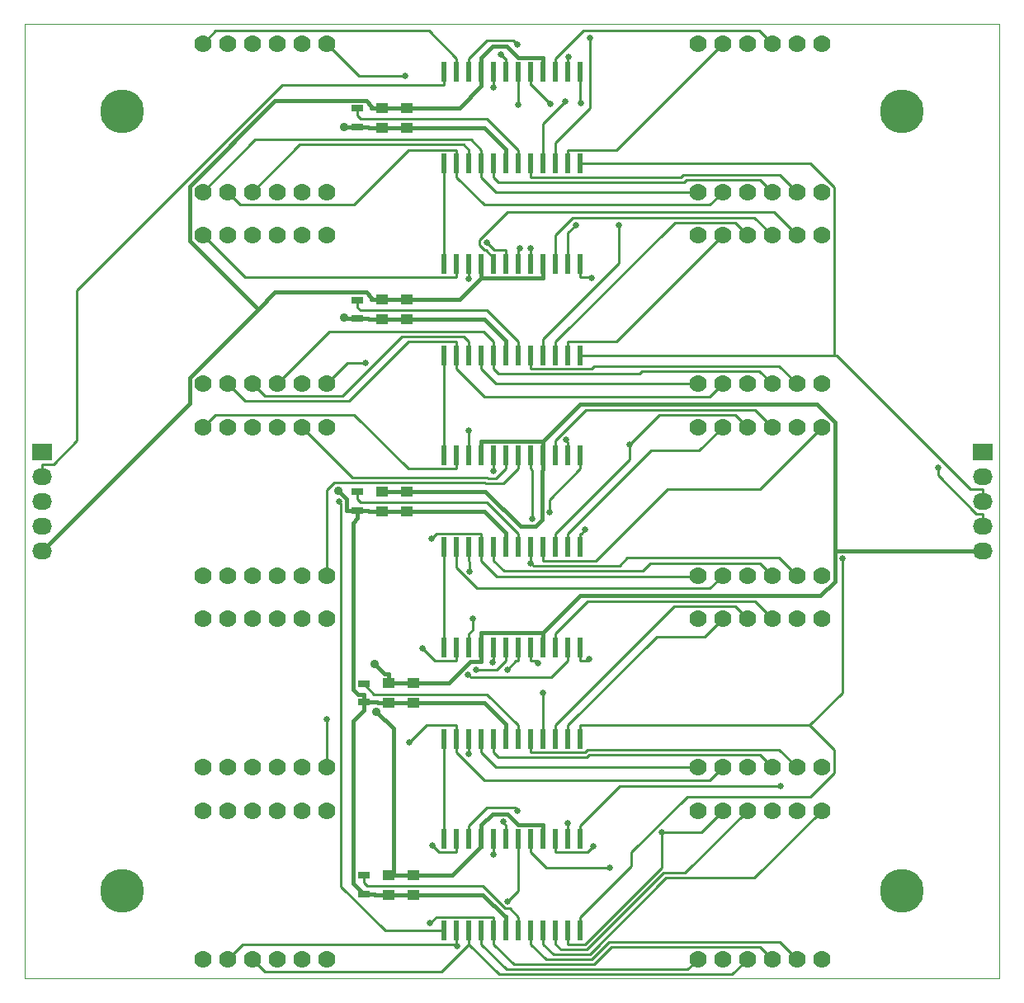
<source format=gbl>
G04 #@! TF.FileFunction,Copper,L2,Bot,Signal*
%FSLAX46Y46*%
G04 Gerber Fmt 4.6, Leading zero omitted, Abs format (unit mm)*
G04 Created by KiCad (PCBNEW 4.0.2-stable) date 11/09/2016 10:57:48*
%MOMM*%
G01*
G04 APERTURE LIST*
%ADD10C,0.150000*%
%ADD11C,0.100000*%
%ADD12C,1.778000*%
%ADD13R,1.250000X1.000000*%
%ADD14C,4.500880*%
%ADD15R,2.032000X1.727200*%
%ADD16O,2.032000X1.727200*%
%ADD17R,1.300000X0.700000*%
%ADD18R,0.600000X2.000000*%
%ADD19C,0.635000*%
%ADD20C,0.889000*%
%ADD21C,0.254000*%
%ADD22C,0.406400*%
G04 APERTURE END LIST*
D10*
D11*
X50800000Y-29000000D02*
X50800000Y-127000000D01*
X150800000Y-29000000D02*
X150800000Y-127000000D01*
X50800000Y-29000000D02*
X150800000Y-29000000D01*
X150800000Y-127000000D02*
X50800000Y-127000000D01*
D12*
X69050000Y-46250000D03*
X71590000Y-46250000D03*
X74130000Y-46250000D03*
X76670000Y-46250000D03*
X79210000Y-46250000D03*
X81750000Y-46250000D03*
X81750000Y-31010000D03*
X79210000Y-31010000D03*
X74130000Y-31010000D03*
X76670000Y-31010000D03*
X71590000Y-31010000D03*
X69050000Y-31010000D03*
D13*
X87465000Y-39630000D03*
X87465000Y-37630000D03*
X90005000Y-39630000D03*
X90005000Y-37630000D03*
X87465000Y-59315000D03*
X87465000Y-57315000D03*
X90005000Y-59315000D03*
X90005000Y-57315000D03*
X90005000Y-79000000D03*
X90005000Y-77000000D03*
X87465000Y-79000000D03*
X87465000Y-77000000D03*
X88100000Y-98685000D03*
X88100000Y-96685000D03*
X90640000Y-98685000D03*
X90640000Y-96685000D03*
X88100000Y-118370000D03*
X88100000Y-116370000D03*
X90640000Y-118370000D03*
X90640000Y-116370000D03*
D14*
X140800000Y-118000000D03*
X140800000Y-38000000D03*
X60800000Y-118000000D03*
X60800000Y-38000000D03*
D15*
X52540000Y-72920000D03*
D16*
X52540000Y-75460000D03*
X52540000Y-78000000D03*
X52540000Y-80540000D03*
X52540000Y-83080000D03*
D15*
X149060000Y-72920000D03*
D16*
X149060000Y-75460000D03*
X149060000Y-78000000D03*
X149060000Y-80540000D03*
X149060000Y-83080000D03*
D17*
X84925000Y-39580000D03*
X84925000Y-37680000D03*
X84925000Y-59265000D03*
X84925000Y-57365000D03*
X84925000Y-78950000D03*
X84925000Y-77050000D03*
X85560000Y-98635000D03*
X85560000Y-96735000D03*
X85560000Y-118320000D03*
X85560000Y-116420000D03*
D12*
X119850000Y-46250000D03*
X122390000Y-46250000D03*
X124930000Y-46250000D03*
X127470000Y-46250000D03*
X130010000Y-46250000D03*
X132550000Y-46250000D03*
X132550000Y-31010000D03*
X130010000Y-31010000D03*
X124930000Y-31010000D03*
X127470000Y-31010000D03*
X122390000Y-31010000D03*
X119850000Y-31010000D03*
X69050000Y-65935000D03*
X71590000Y-65935000D03*
X74130000Y-65935000D03*
X76670000Y-65935000D03*
X79210000Y-65935000D03*
X81750000Y-65935000D03*
X81750000Y-50695000D03*
X79210000Y-50695000D03*
X74130000Y-50695000D03*
X76670000Y-50695000D03*
X71590000Y-50695000D03*
X69050000Y-50695000D03*
X119850000Y-65935000D03*
X122390000Y-65935000D03*
X124930000Y-65935000D03*
X127470000Y-65935000D03*
X130010000Y-65935000D03*
X132550000Y-65935000D03*
X132550000Y-50695000D03*
X130010000Y-50695000D03*
X124930000Y-50695000D03*
X127470000Y-50695000D03*
X122390000Y-50695000D03*
X119850000Y-50695000D03*
X69050000Y-85620000D03*
X71590000Y-85620000D03*
X74130000Y-85620000D03*
X76670000Y-85620000D03*
X79210000Y-85620000D03*
X81750000Y-85620000D03*
X81750000Y-70380000D03*
X79210000Y-70380000D03*
X74130000Y-70380000D03*
X76670000Y-70380000D03*
X71590000Y-70380000D03*
X69050000Y-70380000D03*
X119850000Y-85620000D03*
X122390000Y-85620000D03*
X124930000Y-85620000D03*
X127470000Y-85620000D03*
X130010000Y-85620000D03*
X132550000Y-85620000D03*
X132550000Y-70380000D03*
X130010000Y-70380000D03*
X124930000Y-70380000D03*
X127470000Y-70380000D03*
X122390000Y-70380000D03*
X119850000Y-70380000D03*
X69050000Y-105305000D03*
X71590000Y-105305000D03*
X74130000Y-105305000D03*
X76670000Y-105305000D03*
X79210000Y-105305000D03*
X81750000Y-105305000D03*
X81750000Y-90065000D03*
X79210000Y-90065000D03*
X74130000Y-90065000D03*
X76670000Y-90065000D03*
X71590000Y-90065000D03*
X69050000Y-90065000D03*
X119850000Y-105305000D03*
X122390000Y-105305000D03*
X124930000Y-105305000D03*
X127470000Y-105305000D03*
X130010000Y-105305000D03*
X132550000Y-105305000D03*
X132550000Y-90065000D03*
X130010000Y-90065000D03*
X124930000Y-90065000D03*
X127470000Y-90065000D03*
X122390000Y-90065000D03*
X119850000Y-90065000D03*
X69050000Y-124990000D03*
X71590000Y-124990000D03*
X74130000Y-124990000D03*
X76670000Y-124990000D03*
X79210000Y-124990000D03*
X81750000Y-124990000D03*
X81750000Y-109750000D03*
X79210000Y-109750000D03*
X74130000Y-109750000D03*
X76670000Y-109750000D03*
X71590000Y-109750000D03*
X69050000Y-109750000D03*
X119850000Y-124990000D03*
X122390000Y-124990000D03*
X124930000Y-124990000D03*
X127470000Y-124990000D03*
X130010000Y-124990000D03*
X132550000Y-124990000D03*
X132550000Y-109750000D03*
X130010000Y-109750000D03*
X124930000Y-109750000D03*
X127470000Y-109750000D03*
X122390000Y-109750000D03*
X119850000Y-109750000D03*
D18*
X93815000Y-33930000D03*
X95085000Y-33930000D03*
X96355000Y-33930000D03*
X97625000Y-33930000D03*
X98895000Y-33930000D03*
X100165000Y-33930000D03*
X101435000Y-33930000D03*
X102705000Y-33930000D03*
X103975000Y-33930000D03*
X105245000Y-33930000D03*
X106515000Y-33930000D03*
X107785000Y-33930000D03*
X107785000Y-43330000D03*
X106515000Y-43330000D03*
X105245000Y-43330000D03*
X103975000Y-43330000D03*
X102705000Y-43330000D03*
X101435000Y-43330000D03*
X100165000Y-43330000D03*
X98895000Y-43330000D03*
X97625000Y-43330000D03*
X96355000Y-43330000D03*
X95085000Y-43330000D03*
X93815000Y-43330000D03*
X93815000Y-53615000D03*
X95085000Y-53615000D03*
X96355000Y-53615000D03*
X97625000Y-53615000D03*
X98895000Y-53615000D03*
X100165000Y-53615000D03*
X101435000Y-53615000D03*
X102705000Y-53615000D03*
X103975000Y-53615000D03*
X105245000Y-53615000D03*
X106515000Y-53615000D03*
X107785000Y-53615000D03*
X107785000Y-63015000D03*
X106515000Y-63015000D03*
X105245000Y-63015000D03*
X103975000Y-63015000D03*
X102705000Y-63015000D03*
X101435000Y-63015000D03*
X100165000Y-63015000D03*
X98895000Y-63015000D03*
X97625000Y-63015000D03*
X96355000Y-63015000D03*
X95085000Y-63015000D03*
X93815000Y-63015000D03*
X93815000Y-73300000D03*
X95085000Y-73300000D03*
X96355000Y-73300000D03*
X97625000Y-73300000D03*
X98895000Y-73300000D03*
X100165000Y-73300000D03*
X101435000Y-73300000D03*
X102705000Y-73300000D03*
X103975000Y-73300000D03*
X105245000Y-73300000D03*
X106515000Y-73300000D03*
X107785000Y-73300000D03*
X107785000Y-82700000D03*
X106515000Y-82700000D03*
X105245000Y-82700000D03*
X103975000Y-82700000D03*
X102705000Y-82700000D03*
X101435000Y-82700000D03*
X100165000Y-82700000D03*
X98895000Y-82700000D03*
X97625000Y-82700000D03*
X96355000Y-82700000D03*
X95085000Y-82700000D03*
X93815000Y-82700000D03*
X93815000Y-92985000D03*
X95085000Y-92985000D03*
X96355000Y-92985000D03*
X97625000Y-92985000D03*
X98895000Y-92985000D03*
X100165000Y-92985000D03*
X101435000Y-92985000D03*
X102705000Y-92985000D03*
X103975000Y-92985000D03*
X105245000Y-92985000D03*
X106515000Y-92985000D03*
X107785000Y-92985000D03*
X107785000Y-102385000D03*
X106515000Y-102385000D03*
X105245000Y-102385000D03*
X103975000Y-102385000D03*
X102705000Y-102385000D03*
X101435000Y-102385000D03*
X100165000Y-102385000D03*
X98895000Y-102385000D03*
X97625000Y-102385000D03*
X96355000Y-102385000D03*
X95085000Y-102385000D03*
X93815000Y-102385000D03*
X93815000Y-112670000D03*
X95085000Y-112670000D03*
X96355000Y-112670000D03*
X97625000Y-112670000D03*
X98895000Y-112670000D03*
X100165000Y-112670000D03*
X101435000Y-112670000D03*
X102705000Y-112670000D03*
X103975000Y-112670000D03*
X105245000Y-112670000D03*
X106515000Y-112670000D03*
X107785000Y-112670000D03*
X107785000Y-122070000D03*
X106515000Y-122070000D03*
X105245000Y-122070000D03*
X103975000Y-122070000D03*
X102705000Y-122070000D03*
X101435000Y-122070000D03*
X100165000Y-122070000D03*
X98895000Y-122070000D03*
X97625000Y-122070000D03*
X96355000Y-122070000D03*
X95085000Y-122070000D03*
X93815000Y-122070000D03*
D19*
X108304600Y-80936900D03*
X134673400Y-83891000D03*
X104641400Y-79107300D03*
X108733100Y-94230700D03*
X107849900Y-37168000D03*
X108981100Y-55072000D03*
X128317100Y-107269400D03*
X144486200Y-74586700D03*
X106252200Y-36962700D03*
X89841300Y-34327200D03*
X108763300Y-30428600D03*
X111760400Y-49635100D03*
X96440800Y-85191000D03*
X92552200Y-81816500D03*
X112853500Y-72176100D03*
X102705000Y-84334000D03*
X103975000Y-97685600D03*
X90231600Y-102760500D03*
X96355000Y-103972900D03*
X83015900Y-78068000D03*
X116136100Y-111959900D03*
X92372600Y-121314500D03*
X95134500Y-123665400D03*
D20*
X86889500Y-99589000D03*
X86710000Y-94715900D03*
X83523700Y-59145600D03*
X82939800Y-76895800D03*
X83561100Y-39584500D03*
D19*
X99681100Y-32132300D03*
X98895000Y-35510900D03*
X98177400Y-51466700D03*
X98895000Y-74926900D03*
X97127500Y-95301000D03*
X98762900Y-94558500D03*
X99852800Y-110874200D03*
X98895000Y-114259100D03*
X101435000Y-37327000D03*
X106540700Y-32352200D03*
X104699200Y-37235900D03*
X101370200Y-31137900D03*
X101627000Y-52042000D03*
X85764100Y-63835800D03*
X107311500Y-49635100D03*
X102705000Y-52042100D03*
X96355000Y-55207500D03*
X106329000Y-71677400D03*
X102842300Y-79806200D03*
X96355000Y-70775900D03*
X100304500Y-95261700D03*
X81750000Y-100414800D03*
X96285400Y-95764200D03*
X91629600Y-93116900D03*
X103482000Y-94586600D03*
X96749000Y-90065000D03*
X100329600Y-119089500D03*
X106515000Y-111083400D03*
X92632300Y-113362600D03*
X110840600Y-115637700D03*
X109139900Y-113426200D03*
X101309800Y-109744900D03*
D21*
X107785000Y-82700000D02*
X107785000Y-81318700D01*
X107922800Y-81318700D02*
X108304600Y-80936900D01*
X107785000Y-81318700D02*
X107922800Y-81318700D01*
X149060000Y-78000000D02*
X149060000Y-76755100D01*
X131427100Y-43330000D02*
X107785000Y-43330000D01*
X133846000Y-45748900D02*
X131427100Y-43330000D01*
X133846000Y-63015000D02*
X133846000Y-45748900D01*
X107785000Y-63015000D02*
X133846000Y-63015000D01*
X107785000Y-102385000D02*
X107785000Y-101003700D01*
X134057000Y-63015000D02*
X133846000Y-63015000D01*
X147797100Y-76755100D02*
X134057000Y-63015000D01*
X149060000Y-76755100D02*
X147797100Y-76755100D01*
X107785000Y-122070000D02*
X107785000Y-120688700D01*
X133856200Y-103549000D02*
X131310900Y-101003700D01*
X133856200Y-105841100D02*
X133856200Y-103549000D01*
X131370400Y-108326900D02*
X133856200Y-105841100D01*
X118761600Y-108326900D02*
X131370400Y-108326900D01*
X113037200Y-114051300D02*
X118761600Y-108326900D01*
X113037200Y-115436500D02*
X113037200Y-114051300D01*
X107785000Y-120688700D02*
X113037200Y-115436500D01*
X134673400Y-97641200D02*
X131310900Y-101003700D01*
X134673400Y-83891000D02*
X134673400Y-97641200D01*
X131310900Y-101003700D02*
X107785000Y-101003700D01*
X53712800Y-74215100D02*
X52540000Y-74215100D01*
X56132800Y-71795100D02*
X53712800Y-74215100D01*
X56132800Y-56386600D02*
X56132800Y-71795100D01*
X77208100Y-35311300D02*
X56132800Y-56386600D01*
X93815000Y-35311300D02*
X77208100Y-35311300D01*
X93815000Y-33930000D02*
X93815000Y-35311300D01*
X52540000Y-75460000D02*
X52540000Y-74215100D01*
X107785000Y-73300000D02*
X107785000Y-74681300D01*
X107785000Y-92985000D02*
X107785000Y-94366300D01*
X104641400Y-77824900D02*
X104641400Y-79107300D01*
X107785000Y-74681300D02*
X104641400Y-77824900D01*
X107785000Y-37103100D02*
X107785000Y-33930000D01*
X107849900Y-37168000D02*
X107785000Y-37103100D01*
X108905400Y-54996300D02*
X107785000Y-54996300D01*
X108981100Y-55072000D02*
X108905400Y-54996300D01*
X107785000Y-53615000D02*
X107785000Y-54996300D01*
X108597500Y-94366300D02*
X108733100Y-94230700D01*
X107785000Y-94366300D02*
X108597500Y-94366300D01*
X111804300Y-107269400D02*
X128317100Y-107269400D01*
X107785000Y-111288700D02*
X111804300Y-107269400D01*
X107785000Y-112670000D02*
X107785000Y-111288700D01*
X144486200Y-75343700D02*
X144486200Y-74586700D01*
X148437600Y-79295100D02*
X144486200Y-75343700D01*
X149060000Y-79295100D02*
X148437600Y-79295100D01*
X149060000Y-80540000D02*
X149060000Y-79295100D01*
X111451300Y-41948700D02*
X122390000Y-31010000D01*
X106515000Y-41948700D02*
X111451300Y-41948700D01*
X106515000Y-43330000D02*
X106515000Y-41948700D01*
X85067200Y-34327200D02*
X81750000Y-31010000D01*
X89841300Y-34327200D02*
X85067200Y-34327200D01*
X103975000Y-39239900D02*
X106252200Y-36962700D01*
X103975000Y-43330000D02*
X103975000Y-39239900D01*
X126185500Y-44965500D02*
X127470000Y-46250000D01*
X118704500Y-44965500D02*
X126185500Y-44965500D01*
X118450300Y-45219700D02*
X118704500Y-44965500D01*
X99403400Y-45219700D02*
X118450300Y-45219700D01*
X98895000Y-44711300D02*
X99403400Y-45219700D01*
X98895000Y-43330000D02*
X98895000Y-44711300D01*
X121063400Y-47576600D02*
X122390000Y-46250000D01*
X97950300Y-47576600D02*
X121063400Y-47576600D01*
X95085000Y-44711300D02*
X97950300Y-47576600D01*
X95085000Y-43893500D02*
X95085000Y-44711300D01*
X95085000Y-43893500D02*
X95085000Y-43330000D01*
X72860300Y-47520300D02*
X71590000Y-46250000D01*
X84601600Y-47520300D02*
X72860300Y-47520300D01*
X90173200Y-41948700D02*
X84601600Y-47520300D01*
X95085000Y-41948700D02*
X90173200Y-41948700D01*
X95085000Y-43330000D02*
X95085000Y-41948700D01*
X78977200Y-41402800D02*
X74130000Y-46250000D01*
X95809100Y-41402800D02*
X78977200Y-41402800D01*
X96355000Y-41948700D02*
X95809100Y-41402800D01*
X96355000Y-43330000D02*
X96355000Y-41948700D01*
X97625000Y-44020600D02*
X97625000Y-44711300D01*
X99163700Y-46250000D02*
X97625000Y-44711300D01*
X119850000Y-46250000D02*
X99163700Y-46250000D01*
X97625000Y-44020600D02*
X97625000Y-43330000D01*
X74405600Y-40894400D02*
X69050000Y-46250000D01*
X96570700Y-40894400D02*
X74405600Y-40894400D01*
X97625000Y-41948700D02*
X96570700Y-40894400D01*
X97625000Y-43330000D02*
X97625000Y-41948700D01*
X108763300Y-37677500D02*
X108763300Y-30428600D01*
X105245000Y-41195800D02*
X108763300Y-37677500D01*
X105245000Y-43330000D02*
X105245000Y-41195800D01*
X102705000Y-43330000D02*
X102705000Y-44711300D01*
X118114900Y-44711300D02*
X102705000Y-44711300D01*
X118369100Y-44457100D02*
X118114900Y-44711300D01*
X128217100Y-44457100D02*
X118369100Y-44457100D01*
X130010000Y-46250000D02*
X128217100Y-44457100D01*
X93815000Y-53615000D02*
X93815000Y-43330000D01*
X111451300Y-61633700D02*
X122390000Y-50695000D01*
X106515000Y-61633700D02*
X111451300Y-61633700D01*
X106515000Y-63015000D02*
X106515000Y-61633700D01*
X111760400Y-53565000D02*
X111760400Y-49635100D01*
X103975000Y-61350400D02*
X111760400Y-53565000D01*
X103975000Y-63015000D02*
X103975000Y-61350400D01*
X126178900Y-64643900D02*
X127470000Y-65935000D01*
X114134400Y-64643900D02*
X126178900Y-64643900D01*
X113873600Y-64904700D02*
X114134400Y-64643900D01*
X99403400Y-64904700D02*
X113873600Y-64904700D01*
X98895000Y-64396300D02*
X99403400Y-64904700D01*
X98895000Y-63705600D02*
X98895000Y-64396300D01*
X98895000Y-63705600D02*
X98895000Y-63015000D01*
X82021500Y-60583500D02*
X76670000Y-65935000D01*
X97844800Y-60583500D02*
X82021500Y-60583500D01*
X98895000Y-61633700D02*
X97844800Y-60583500D01*
X98895000Y-63015000D02*
X98895000Y-61633700D01*
X95085000Y-63015000D02*
X95085000Y-61633700D01*
X97971100Y-67282400D02*
X95085000Y-64396300D01*
X121042600Y-67282400D02*
X97971100Y-67282400D01*
X122390000Y-65935000D02*
X121042600Y-67282400D01*
X95085000Y-63015000D02*
X95085000Y-64396300D01*
X90172500Y-61633700D02*
X95085000Y-61633700D01*
X84092600Y-67713600D02*
X90172500Y-61633700D01*
X73368600Y-67713600D02*
X84092600Y-67713600D01*
X71590000Y-65935000D02*
X73368600Y-67713600D01*
X96355000Y-63015000D02*
X96355000Y-61633700D01*
X95841100Y-61119800D02*
X96355000Y-61633700D01*
X89468300Y-61119800D02*
X95841100Y-61119800D01*
X83382800Y-67205300D02*
X89468300Y-61119800D01*
X75400300Y-67205300D02*
X83382800Y-67205300D01*
X74130000Y-65935000D02*
X75400300Y-67205300D01*
X99163700Y-65935000D02*
X119850000Y-65935000D01*
X97625000Y-64396300D02*
X99163700Y-65935000D01*
X97625000Y-63705600D02*
X97625000Y-64396300D01*
X97625000Y-63705600D02*
X97625000Y-63015000D01*
X105245000Y-63015000D02*
X105245000Y-61633700D01*
X123648100Y-49413100D02*
X124930000Y-50695000D01*
X117465600Y-49413100D02*
X123648100Y-49413100D01*
X105245000Y-61633700D02*
X117465600Y-49413100D01*
X102705000Y-63015000D02*
X102705000Y-64396300D01*
X108961500Y-64396300D02*
X102705000Y-64396300D01*
X109222300Y-64135500D02*
X108961500Y-64396300D01*
X128210500Y-64135500D02*
X109222300Y-64135500D01*
X130010000Y-65935000D02*
X128210500Y-64135500D01*
X93815000Y-73300000D02*
X93815000Y-63015000D01*
X119992500Y-72777500D02*
X122390000Y-70380000D01*
X115056200Y-72777500D02*
X119992500Y-72777500D01*
X106515000Y-81318700D02*
X115056200Y-72777500D01*
X106515000Y-82700000D02*
X106515000Y-81318700D01*
X126199600Y-76730400D02*
X132550000Y-70380000D01*
X116758600Y-76730400D02*
X126199600Y-76730400D01*
X109407700Y-84081300D02*
X116758600Y-76730400D01*
X103975000Y-84081300D02*
X109407700Y-84081300D01*
X103975000Y-82700000D02*
X103975000Y-84081300D01*
X98895000Y-82700000D02*
X98895000Y-84081300D01*
X126198400Y-84348400D02*
X127470000Y-85620000D01*
X114964900Y-84348400D02*
X126198400Y-84348400D01*
X114161700Y-85151600D02*
X114964900Y-84348400D01*
X99965300Y-85151600D02*
X114161700Y-85151600D01*
X98895000Y-84081300D02*
X99965300Y-85151600D01*
X121078200Y-86931800D02*
X122390000Y-85620000D01*
X97183000Y-86931800D02*
X121078200Y-86931800D01*
X95085000Y-84833800D02*
X97183000Y-86931800D01*
X95085000Y-82700000D02*
X95085000Y-84833800D01*
X96440800Y-84167100D02*
X96440800Y-85191000D01*
X96355000Y-84081300D02*
X96440800Y-84167100D01*
X96355000Y-82700000D02*
X96355000Y-84081300D01*
X119781200Y-85688800D02*
X119850000Y-85620000D01*
X99232500Y-85688800D02*
X119781200Y-85688800D01*
X97625000Y-84081300D02*
X99232500Y-85688800D01*
X97625000Y-83390600D02*
X97625000Y-84081300D01*
X97625000Y-83390600D02*
X97625000Y-82700000D01*
X93050000Y-81318700D02*
X92552200Y-81816500D01*
X97625000Y-81318700D02*
X93050000Y-81318700D01*
X97625000Y-82700000D02*
X97625000Y-81318700D01*
X105245000Y-82700000D02*
X105245000Y-81318700D01*
X112853500Y-73710200D02*
X112853500Y-72176100D01*
X105245000Y-81318700D02*
X112853500Y-73710200D01*
X123657800Y-69107800D02*
X124930000Y-70380000D01*
X115921800Y-69107800D02*
X123657800Y-69107800D01*
X112853500Y-72176100D02*
X115921800Y-69107800D01*
X102705000Y-82700000D02*
X102705000Y-83954200D01*
X102705000Y-83954200D02*
X102705000Y-84334000D01*
X128210400Y-83820400D02*
X130010000Y-85620000D01*
X112632700Y-83820400D02*
X128210400Y-83820400D01*
X111831800Y-84621300D02*
X112632700Y-83820400D01*
X102992300Y-84621300D02*
X111831800Y-84621300D01*
X102705000Y-84334000D02*
X102992300Y-84621300D01*
X93815000Y-92985000D02*
X93815000Y-91603700D01*
X93815000Y-82700000D02*
X93815000Y-84081300D01*
X93815000Y-84081300D02*
X93815000Y-91603700D01*
X120581200Y-91873800D02*
X122390000Y-90065000D01*
X115644900Y-91873800D02*
X120581200Y-91873800D01*
X106515000Y-101003700D02*
X115644900Y-91873800D01*
X106515000Y-102385000D02*
X106515000Y-101003700D01*
X103975000Y-102385000D02*
X103975000Y-97685600D01*
X98895000Y-102385000D02*
X98895000Y-103766300D01*
X126185400Y-104020400D02*
X127470000Y-105305000D01*
X108707600Y-104020400D02*
X126185400Y-104020400D01*
X108453400Y-104274600D02*
X108707600Y-104020400D01*
X99403300Y-104274600D02*
X108453400Y-104274600D01*
X98895000Y-103766300D02*
X99403300Y-104274600D01*
X121035600Y-106659400D02*
X122390000Y-105305000D01*
X97978100Y-106659400D02*
X121035600Y-106659400D01*
X95085000Y-103766300D02*
X97978100Y-106659400D01*
X95085000Y-102948500D02*
X95085000Y-103766300D01*
X95085000Y-102948500D02*
X95085000Y-102385000D01*
X91988400Y-101003700D02*
X90231600Y-102760500D01*
X95085000Y-101003700D02*
X91988400Y-101003700D01*
X95085000Y-102385000D02*
X95085000Y-101003700D01*
X96355000Y-102385000D02*
X96355000Y-103972900D01*
X99163700Y-105305000D02*
X97625000Y-103766300D01*
X119850000Y-105305000D02*
X99163700Y-105305000D01*
X97625000Y-102385000D02*
X97625000Y-103766300D01*
X123658000Y-88793000D02*
X124930000Y-90065000D01*
X117455700Y-88793000D02*
X123658000Y-88793000D01*
X105245000Y-101003700D02*
X117455700Y-88793000D01*
X105245000Y-102385000D02*
X105245000Y-101003700D01*
X128210500Y-103505500D02*
X130010000Y-105305000D01*
X108503600Y-103505500D02*
X128210500Y-103505500D01*
X108242800Y-103766300D02*
X108503600Y-103505500D01*
X102705000Y-103766300D02*
X108242800Y-103766300D01*
X102705000Y-102385000D02*
X102705000Y-103766300D01*
X93815000Y-112670000D02*
X93815000Y-111288700D01*
X93815000Y-102385000D02*
X93815000Y-103766300D01*
X93815000Y-103766300D02*
X93815000Y-111288700D01*
X83232900Y-78285000D02*
X83015900Y-78068000D01*
X83232900Y-117537400D02*
X83232900Y-78285000D01*
X87765500Y-122070000D02*
X83232900Y-117537400D01*
X93815000Y-122070000D02*
X87765500Y-122070000D01*
X106515000Y-122070000D02*
X106515000Y-123451300D01*
X116136100Y-115596300D02*
X116136100Y-111959900D01*
X108281100Y-123451300D02*
X116136100Y-115596300D01*
X106515000Y-123451300D02*
X108281100Y-123451300D01*
X120180100Y-111959900D02*
X122390000Y-109750000D01*
X116136100Y-111959900D02*
X120180100Y-111959900D01*
X103975000Y-122070000D02*
X103975000Y-123451300D01*
X125660800Y-116639200D02*
X132550000Y-109750000D01*
X116613200Y-116639200D02*
X125660800Y-116639200D01*
X108745900Y-124506500D02*
X116613200Y-116639200D01*
X105030200Y-124506500D02*
X108745900Y-124506500D01*
X103975000Y-123451300D02*
X105030200Y-124506500D01*
X98895000Y-122760600D02*
X98895000Y-123451300D01*
X98895000Y-122760600D02*
X98895000Y-122070000D01*
X92998400Y-120688700D02*
X92372600Y-121314500D01*
X98895000Y-120688700D02*
X92998400Y-120688700D01*
X98895000Y-122070000D02*
X98895000Y-120688700D01*
X126198600Y-123718600D02*
X127470000Y-124990000D01*
X110971400Y-123718600D02*
X126198600Y-123718600D01*
X109166900Y-125523100D02*
X110971400Y-123718600D01*
X100966800Y-125523100D02*
X109166900Y-125523100D01*
X98895000Y-123451300D02*
X100966800Y-125523100D01*
X95085000Y-122070000D02*
X95085000Y-123451300D01*
X73128700Y-123451300D02*
X71590000Y-124990000D01*
X95085000Y-123451300D02*
X73128700Y-123451300D01*
X95085000Y-123615900D02*
X95134500Y-123665400D01*
X95085000Y-123451300D02*
X95085000Y-123615900D01*
X96355000Y-122070000D02*
X96355000Y-123451300D01*
X75431200Y-126291200D02*
X74130000Y-124990000D01*
X93515100Y-126291200D02*
X75431200Y-126291200D01*
X96355000Y-123451300D02*
X93515100Y-126291200D01*
X123380300Y-126539700D02*
X124930000Y-124990000D01*
X99443400Y-126539700D02*
X123380300Y-126539700D01*
X96355000Y-123451300D02*
X99443400Y-126539700D01*
X97625000Y-122070000D02*
X97625000Y-123451300D01*
X118808600Y-126031400D02*
X119850000Y-124990000D01*
X100205100Y-126031400D02*
X118808600Y-126031400D01*
X97625000Y-123451300D02*
X100205100Y-126031400D01*
X118549200Y-116130800D02*
X124930000Y-109750000D01*
X116320600Y-116130800D02*
X118549200Y-116130800D01*
X108453200Y-123998200D02*
X116320600Y-116130800D01*
X105791900Y-123998200D02*
X108453200Y-123998200D01*
X105245000Y-123451300D02*
X105791900Y-123998200D01*
X105245000Y-122070000D02*
X105245000Y-123451300D01*
X102705000Y-122070000D02*
X102705000Y-123451300D01*
X128230200Y-123210200D02*
X130010000Y-124990000D01*
X110761000Y-123210200D02*
X128230200Y-123210200D01*
X108956400Y-125014800D02*
X110761000Y-123210200D01*
X104268500Y-125014800D02*
X108956400Y-125014800D01*
X102705000Y-123451300D02*
X104268500Y-125014800D01*
D22*
X97625000Y-53615000D02*
X97625000Y-54998400D01*
X97625000Y-33930000D02*
X97625000Y-32472500D01*
X103975000Y-33930000D02*
X103975000Y-32472500D01*
X90005000Y-57315000D02*
X88922500Y-57315000D01*
X98793900Y-31303600D02*
X97625000Y-32472500D01*
X100271900Y-31303600D02*
X98793900Y-31303600D01*
X101440800Y-32472500D02*
X100271900Y-31303600D01*
X103975000Y-32472500D02*
X101440800Y-32472500D01*
X103975000Y-92985000D02*
X103975000Y-91527500D01*
X87465000Y-57315000D02*
X88922500Y-57315000D01*
X90098800Y-96685000D02*
X89557500Y-96685000D01*
X87465000Y-57315000D02*
X86382500Y-57315000D01*
X87465000Y-37630000D02*
X86382500Y-37630000D01*
X86382500Y-37440500D02*
X86382500Y-37630000D01*
X85814400Y-36872400D02*
X86382500Y-37440500D01*
X76481700Y-36872400D02*
X85814400Y-36872400D01*
X67686000Y-45668100D02*
X76481700Y-36872400D01*
X67686000Y-51262800D02*
X67686000Y-45668100D01*
X74731000Y-58307700D02*
X67686000Y-51262800D01*
X86382500Y-57125500D02*
X86382500Y-57315000D01*
X85814400Y-56557400D02*
X86382500Y-57125500D01*
X76481300Y-56557400D02*
X85814400Y-56557400D01*
X74731000Y-58307700D02*
X76481300Y-56557400D01*
X87465000Y-77000000D02*
X90005000Y-77000000D01*
X67694200Y-65344500D02*
X74731000Y-58307700D01*
X67694200Y-67925800D02*
X67694200Y-65344500D01*
X52540000Y-83080000D02*
X67694200Y-67925800D01*
X88100000Y-96685000D02*
X89182500Y-96685000D01*
X103975000Y-73300000D02*
X103975000Y-74757500D01*
X89182500Y-96685000D02*
X89557500Y-96685000D01*
X90640000Y-116370000D02*
X89557500Y-116370000D01*
X89182500Y-116370000D02*
X89557500Y-116370000D01*
X97625000Y-91527500D02*
X103975000Y-91527500D01*
X97625000Y-92985000D02*
X97625000Y-91527500D01*
X97625000Y-73300000D02*
X97625000Y-71842500D01*
X103975000Y-53615000D02*
X103975000Y-55072500D01*
X97625000Y-55072500D02*
X103975000Y-55072500D01*
X95382500Y-57315000D02*
X97625000Y-55072500D01*
X90005000Y-57315000D02*
X95382500Y-57315000D01*
X97625000Y-55072500D02*
X97625000Y-54998400D01*
X103975000Y-73300000D02*
X103975000Y-71842500D01*
X103975000Y-71842500D02*
X97625000Y-71842500D01*
X88100000Y-116370000D02*
X88641300Y-116370000D01*
X88641300Y-116370000D02*
X89182500Y-116370000D01*
X88641300Y-101340800D02*
X86889500Y-99589000D01*
X88641300Y-116370000D02*
X88641300Y-101340800D01*
X90098800Y-96685000D02*
X90640000Y-96685000D01*
X97625000Y-92985000D02*
X97625000Y-94442500D01*
X97625000Y-112670000D02*
X97625000Y-113398700D01*
X94653700Y-116370000D02*
X90640000Y-116370000D01*
X97625000Y-113398700D02*
X94653700Y-116370000D01*
X103866300Y-74866200D02*
X103975000Y-74757500D01*
X103866300Y-79889400D02*
X103866300Y-74866200D01*
X103171800Y-80583900D02*
X103866300Y-79889400D01*
X101646400Y-80583900D02*
X103171800Y-80583900D01*
X98062500Y-77000000D02*
X101646400Y-80583900D01*
X91087500Y-77000000D02*
X98062500Y-77000000D01*
X90005000Y-77000000D02*
X91087500Y-77000000D01*
X97625000Y-112670000D02*
X97625000Y-111212500D01*
X103975000Y-112670000D02*
X103975000Y-111212500D01*
X87721600Y-95727500D02*
X88100000Y-95727500D01*
X86710000Y-94715900D02*
X87721600Y-95727500D01*
X88100000Y-96685000D02*
X88100000Y-95727500D01*
X98764300Y-110073200D02*
X97625000Y-111212500D01*
X100277600Y-110073200D02*
X98764300Y-110073200D01*
X101416900Y-111212500D02*
X100277600Y-110073200D01*
X103975000Y-111212500D02*
X101416900Y-111212500D01*
X87465000Y-37630000D02*
X90005000Y-37630000D01*
X95382500Y-37630000D02*
X97625000Y-35387500D01*
X90005000Y-37630000D02*
X95382500Y-37630000D01*
X97625000Y-33930000D02*
X97625000Y-35387500D01*
X94268700Y-96685000D02*
X90640000Y-96685000D01*
X96511200Y-94442500D02*
X94268700Y-96685000D01*
X97625000Y-94442500D02*
X96511200Y-94442500D01*
X149060000Y-83080000D02*
X147586500Y-83080000D01*
X133954500Y-83080000D02*
X147586500Y-83080000D01*
X133954500Y-69878300D02*
X133954500Y-83080000D01*
X132088600Y-68012400D02*
X133954500Y-69878300D01*
X107805100Y-68012400D02*
X132088600Y-68012400D01*
X103975000Y-71842500D02*
X107805100Y-68012400D01*
X107802500Y-87700000D02*
X103975000Y-91527500D01*
X132434100Y-87700000D02*
X107802500Y-87700000D01*
X133898400Y-86235700D02*
X132434100Y-87700000D01*
X133898400Y-83136100D02*
X133898400Y-86235700D01*
X133954500Y-83080000D02*
X133898400Y-83136100D01*
X84925000Y-59265000D02*
X86032500Y-59265000D01*
X84925000Y-39580000D02*
X86032500Y-39580000D01*
X100165000Y-122070000D02*
X100165000Y-120612500D01*
X90640000Y-118370000D02*
X91722500Y-118370000D01*
X100165000Y-82700000D02*
X100165000Y-81242500D01*
X90005000Y-79000000D02*
X91087500Y-79000000D01*
X84925000Y-59265000D02*
X83817500Y-59265000D01*
X86967500Y-98635000D02*
X87017500Y-98685000D01*
X86667500Y-98635000D02*
X86967500Y-98635000D01*
X97922500Y-79000000D02*
X100165000Y-81242500D01*
X91087500Y-79000000D02*
X97922500Y-79000000D01*
X84925000Y-78950000D02*
X83817500Y-78950000D01*
X83698100Y-59145600D02*
X83817500Y-59265000D01*
X83523700Y-59145600D02*
X83698100Y-59145600D01*
X86923800Y-79000000D02*
X87465000Y-79000000D01*
X87465000Y-79000000D02*
X90005000Y-79000000D01*
X86923800Y-79000000D02*
X86653200Y-79000000D01*
X86082500Y-79000000D02*
X86032500Y-78950000D01*
X86653200Y-79000000D02*
X86082500Y-79000000D01*
X84925000Y-78950000D02*
X86032500Y-78950000D01*
X86113800Y-98635000D02*
X86667500Y-98635000D01*
X86113800Y-98635000D02*
X85560000Y-98635000D01*
X85560000Y-98635000D02*
X85560000Y-97827500D01*
X84925000Y-78950000D02*
X84925000Y-79757500D01*
X84452400Y-100550100D02*
X85560000Y-99442500D01*
X84452400Y-117212400D02*
X84452400Y-100550100D01*
X85560000Y-118320000D02*
X84452400Y-117212400D01*
X85560000Y-98635000D02*
X85560000Y-99442500D01*
X86082500Y-39630000D02*
X87465000Y-39630000D01*
X86032500Y-39580000D02*
X86082500Y-39630000D01*
X87789600Y-98685000D02*
X87017500Y-98685000D01*
X84452400Y-80230100D02*
X84925000Y-79757500D01*
X84452400Y-97325500D02*
X84452400Y-80230100D01*
X84954400Y-97827500D02*
X84452400Y-97325500D01*
X85560000Y-97827500D02*
X84954400Y-97827500D01*
X90640000Y-118370000D02*
X88100000Y-118370000D01*
X86717500Y-118370000D02*
X86667500Y-118320000D01*
X88100000Y-118370000D02*
X86717500Y-118370000D01*
X85560000Y-118320000D02*
X86667500Y-118320000D01*
X87789600Y-98685000D02*
X88100000Y-98685000D01*
X88100000Y-98685000D02*
X90640000Y-98685000D01*
X97922500Y-98685000D02*
X100165000Y-100927500D01*
X90640000Y-98685000D02*
X97922500Y-98685000D01*
X100165000Y-102385000D02*
X100165000Y-100927500D01*
X83817500Y-77773500D02*
X82939800Y-76895800D01*
X83817500Y-78950000D02*
X83817500Y-77773500D01*
X100037800Y-120612500D02*
X100165000Y-120612500D01*
X97795400Y-118370100D02*
X100037800Y-120612500D01*
X91722500Y-118370100D02*
X97795400Y-118370100D01*
X91722500Y-118370000D02*
X91722500Y-118370100D01*
X86082500Y-59315000D02*
X87465000Y-59315000D01*
X86032500Y-59265000D02*
X86082500Y-59315000D01*
X100165000Y-63015000D02*
X100165000Y-61557500D01*
X87465000Y-59315000D02*
X90005000Y-59315000D01*
X97922500Y-59315000D02*
X100165000Y-61557500D01*
X90005000Y-59315000D02*
X97922500Y-59315000D01*
X84925000Y-39580000D02*
X83817500Y-39580000D01*
X83813000Y-39584500D02*
X83817500Y-39580000D01*
X83561100Y-39584500D02*
X83813000Y-39584500D01*
X100165000Y-43330000D02*
X100165000Y-41872500D01*
X87465000Y-39630000D02*
X90005000Y-39630000D01*
X97922500Y-39630000D02*
X100165000Y-41872500D01*
X90005000Y-39630000D02*
X97922500Y-39630000D01*
D21*
X85258500Y-38744800D02*
X84925000Y-38411300D01*
X98231100Y-38744800D02*
X85258500Y-38744800D01*
X101435000Y-41948700D02*
X98231100Y-38744800D01*
X101435000Y-43330000D02*
X101435000Y-41948700D01*
X84925000Y-37680000D02*
X84925000Y-38411300D01*
X85228900Y-58400200D02*
X84925000Y-58096300D01*
X98201500Y-58400200D02*
X85228900Y-58400200D01*
X101435000Y-61633700D02*
X98201500Y-58400200D01*
X101435000Y-63015000D02*
X101435000Y-61633700D01*
X84925000Y-57365000D02*
X84925000Y-58096300D01*
X85262300Y-78118600D02*
X84925000Y-77781300D01*
X98234900Y-78118600D02*
X85262300Y-78118600D01*
X101435000Y-81318700D02*
X98234900Y-78118600D01*
X101435000Y-82700000D02*
X101435000Y-81318700D01*
X84925000Y-77050000D02*
X84925000Y-77781300D01*
X86628600Y-97803600D02*
X85560000Y-96735000D01*
X98234900Y-97803600D02*
X86628600Y-97803600D01*
X101435000Y-101003700D02*
X98234900Y-97803600D01*
X101435000Y-102385000D02*
X101435000Y-101003700D01*
X101435000Y-122070000D02*
X101435000Y-120688700D01*
X85560000Y-116420000D02*
X85560000Y-117151300D01*
X100534600Y-119788300D02*
X101435000Y-120688700D01*
X100040200Y-119788300D02*
X100534600Y-119788300D01*
X97740500Y-117488600D02*
X100040200Y-119788300D01*
X85897300Y-117488600D02*
X97740500Y-117488600D01*
X85560000Y-117151300D02*
X85897300Y-117488600D01*
X100097500Y-32548700D02*
X99681100Y-32132300D01*
X100165000Y-32548700D02*
X100097500Y-32548700D01*
X100165000Y-33930000D02*
X100165000Y-32548700D01*
X98895000Y-33930000D02*
X98895000Y-35311300D01*
X98895000Y-35311300D02*
X98895000Y-35510900D01*
X98944400Y-52233700D02*
X98177400Y-51466700D01*
X100165000Y-52233700D02*
X98944400Y-52233700D01*
X100165000Y-53615000D02*
X100165000Y-52233700D01*
X127638100Y-48323100D02*
X130010000Y-50695000D01*
X100318400Y-48323100D02*
X127638100Y-48323100D01*
X97434800Y-51206700D02*
X100318400Y-48323100D01*
X97434800Y-51736600D02*
X97434800Y-51206700D01*
X97931800Y-52233600D02*
X97434800Y-51736600D01*
X98082800Y-52233600D02*
X97931800Y-52233600D01*
X98895000Y-53045800D02*
X98082800Y-52233600D01*
X98895000Y-53615000D02*
X98895000Y-53045800D01*
X84365200Y-75535200D02*
X79210000Y-70380000D01*
X98228100Y-75535200D02*
X84365200Y-75535200D01*
X98386900Y-75694000D02*
X98228100Y-75535200D01*
X99152300Y-75694000D02*
X98386900Y-75694000D01*
X100165000Y-74681300D02*
X99152300Y-75694000D01*
X100165000Y-73300000D02*
X100165000Y-74681300D01*
X98895000Y-73300000D02*
X98895000Y-74926900D01*
X100165000Y-92985000D02*
X100165000Y-94366300D01*
X99230300Y-95301000D02*
X97127500Y-95301000D01*
X100165000Y-94366300D02*
X99230300Y-95301000D01*
X98762900Y-94498400D02*
X98762900Y-94558500D01*
X98895000Y-94366300D02*
X98762900Y-94498400D01*
X98895000Y-92985000D02*
X98895000Y-94366300D01*
X100165000Y-112670000D02*
X100165000Y-111288700D01*
X99852800Y-110976500D02*
X99852800Y-110874200D01*
X100165000Y-111288700D02*
X99852800Y-110976500D01*
X98895000Y-112670000D02*
X98895000Y-114051300D01*
X98895000Y-114051300D02*
X98895000Y-114259100D01*
X101435000Y-33930000D02*
X101435000Y-37327000D01*
X106515000Y-33930000D02*
X106515000Y-32548700D01*
X106540700Y-32523000D02*
X106540700Y-32352200D01*
X106515000Y-32548700D02*
X106540700Y-32523000D01*
X70351200Y-29708800D02*
X69050000Y-31010000D01*
X92245100Y-29708800D02*
X70351200Y-29708800D01*
X95085000Y-32548700D02*
X92245100Y-29708800D01*
X95085000Y-33930000D02*
X95085000Y-32548700D01*
X102774600Y-35311300D02*
X104699200Y-37235900D01*
X102705000Y-35311300D02*
X102774600Y-35311300D01*
X102705000Y-33930000D02*
X102705000Y-35311300D01*
X126168800Y-29708800D02*
X127470000Y-31010000D01*
X108084900Y-29708800D02*
X126168800Y-29708800D01*
X105245000Y-32548700D02*
X108084900Y-29708800D01*
X105245000Y-33930000D02*
X105245000Y-32548700D01*
X100951300Y-30719000D02*
X101370200Y-31137900D01*
X98184700Y-30719000D02*
X100951300Y-30719000D01*
X96355000Y-32548700D02*
X98184700Y-30719000D01*
X96355000Y-33930000D02*
X96355000Y-32548700D01*
X83849200Y-63835800D02*
X81750000Y-65935000D01*
X85764100Y-63835800D02*
X83849200Y-63835800D01*
X101435000Y-53615000D02*
X101435000Y-52233700D01*
X101435300Y-52233700D02*
X101627000Y-52042000D01*
X101435000Y-52233700D02*
X101435300Y-52233700D01*
X106515000Y-50431600D02*
X107311500Y-49635100D01*
X106515000Y-53615000D02*
X106515000Y-50431600D01*
X95085000Y-53615000D02*
X95085000Y-54996300D01*
X73351300Y-54996300D02*
X95085000Y-54996300D01*
X69050000Y-50695000D02*
X73351300Y-54996300D01*
X102705000Y-53615000D02*
X102705000Y-52233700D01*
X102705000Y-52233700D02*
X102705000Y-52042100D01*
X105245000Y-53615000D02*
X105245000Y-52233700D01*
X125649000Y-48874000D02*
X127470000Y-50695000D01*
X107019500Y-48874000D02*
X125649000Y-48874000D01*
X105245000Y-50648500D02*
X107019500Y-48874000D01*
X105245000Y-52233700D02*
X105245000Y-50648500D01*
X96355000Y-53615000D02*
X96355000Y-54996300D01*
X96355000Y-54996300D02*
X96355000Y-55207500D01*
X101435000Y-73300000D02*
X101435000Y-74681300D01*
X99913900Y-76202400D02*
X101435000Y-74681300D01*
X98080800Y-76202400D02*
X99913900Y-76202400D01*
X97922000Y-76043600D02*
X98080800Y-76202400D01*
X82578500Y-76043600D02*
X97922000Y-76043600D01*
X81750000Y-76872100D02*
X82578500Y-76043600D01*
X81750000Y-85620000D02*
X81750000Y-76872100D01*
X106329000Y-71732700D02*
X106329000Y-71677400D01*
X106515000Y-71918700D02*
X106329000Y-71732700D01*
X106515000Y-73300000D02*
X106515000Y-71918700D01*
X70325400Y-69104600D02*
X69050000Y-70380000D01*
X84596500Y-69104600D02*
X70325400Y-69104600D01*
X90173200Y-74681300D02*
X84596500Y-69104600D01*
X95085000Y-74681300D02*
X90173200Y-74681300D01*
X95085000Y-73300000D02*
X95085000Y-74681300D01*
X102705000Y-73300000D02*
X102705000Y-74681300D01*
X102842300Y-74818600D02*
X102842300Y-79806200D01*
X102705000Y-74681300D02*
X102842300Y-74818600D01*
X105245000Y-73300000D02*
X105245000Y-71918700D01*
X105245000Y-71740800D02*
X105245000Y-71918700D01*
X108386400Y-68599400D02*
X105245000Y-71740800D01*
X125689400Y-68599400D02*
X108386400Y-68599400D01*
X127470000Y-70380000D02*
X125689400Y-68599400D01*
X96355000Y-73300000D02*
X96355000Y-71918700D01*
X96355000Y-71918700D02*
X96355000Y-70775900D01*
X101199900Y-94366300D02*
X100304500Y-95261700D01*
X101435000Y-94366300D02*
X101199900Y-94366300D01*
X101435000Y-92985000D02*
X101435000Y-94366300D01*
X81750000Y-105305000D02*
X81750000Y-100414800D01*
X106515000Y-92985000D02*
X106515000Y-94366300D01*
X104813200Y-96068100D02*
X106515000Y-94366300D01*
X96589300Y-96068100D02*
X104813200Y-96068100D01*
X96285400Y-95764200D02*
X96589300Y-96068100D01*
X92879000Y-94366300D02*
X91629600Y-93116900D01*
X95085000Y-94366300D02*
X92879000Y-94366300D01*
X95085000Y-92985000D02*
X95085000Y-94366300D01*
X102705000Y-92985000D02*
X102705000Y-94366300D01*
X103261700Y-94366300D02*
X103482000Y-94586600D01*
X102705000Y-94366300D02*
X103261700Y-94366300D01*
X108564100Y-88284600D02*
X105245000Y-91603700D01*
X125689600Y-88284600D02*
X108564100Y-88284600D01*
X127470000Y-90065000D02*
X125689600Y-88284600D01*
X105245000Y-92985000D02*
X105245000Y-91603700D01*
X96355000Y-92985000D02*
X96355000Y-91603700D01*
X96749000Y-91209700D02*
X96749000Y-90065000D01*
X96355000Y-91603700D02*
X96749000Y-91209700D01*
X101435000Y-117984100D02*
X100329600Y-119089500D01*
X101435000Y-112670000D02*
X101435000Y-117984100D01*
X106515000Y-112670000D02*
X106515000Y-111288700D01*
X106515000Y-111288700D02*
X106515000Y-111083400D01*
X93321000Y-114051300D02*
X92632300Y-113362600D01*
X95085000Y-114051300D02*
X93321000Y-114051300D01*
X95085000Y-112670000D02*
X95085000Y-114051300D01*
X104291400Y-115637700D02*
X110840600Y-115637700D01*
X102705000Y-114051300D02*
X104291400Y-115637700D01*
X102705000Y-112670000D02*
X102705000Y-114051300D01*
X108514800Y-114051300D02*
X109139900Y-113426200D01*
X105245000Y-114051300D02*
X108514800Y-114051300D01*
X105245000Y-112670000D02*
X105245000Y-114051300D01*
X96355000Y-112670000D02*
X96355000Y-111288700D01*
X101036600Y-109471700D02*
X101309800Y-109744900D01*
X98172000Y-109471700D02*
X101036600Y-109471700D01*
X96355000Y-111288700D02*
X98172000Y-109471700D01*
M02*

</source>
